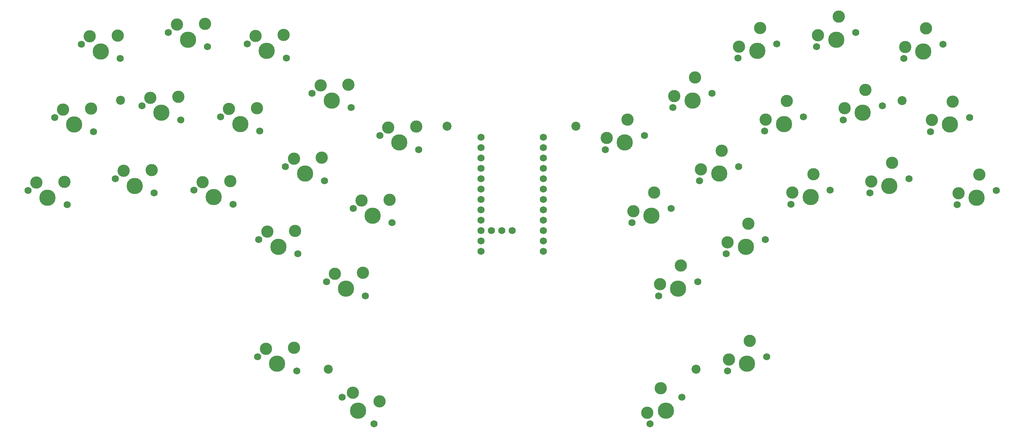
<source format=gbr>
%TF.GenerationSoftware,KiCad,Pcbnew,(5.1.10-1-10_14)*%
%TF.CreationDate,2021-09-29T22:28:47+08:00*%
%TF.ProjectId,k34,6b33342e-6b69-4636-9164-5f7063625858,rev?*%
%TF.SameCoordinates,Original*%
%TF.FileFunction,Soldermask,Top*%
%TF.FilePolarity,Negative*%
%FSLAX46Y46*%
G04 Gerber Fmt 4.6, Leading zero omitted, Abs format (unit mm)*
G04 Created by KiCad (PCBNEW (5.1.10-1-10_14)) date 2021-09-29 22:28:47*
%MOMM*%
%LPD*%
G01*
G04 APERTURE LIST*
%ADD10C,2.200000*%
%ADD11C,3.000000*%
%ADD12C,3.987800*%
%ADD13C,1.750000*%
%ADD14C,1.752600*%
G04 APERTURE END LIST*
D10*
%TO.C,right_screw*%
X155194000Y-58293000D03*
%TD*%
%TO.C,left_screw*%
X123698000Y-58293000D03*
%TD*%
%TO.C,right_screw*%
X234950000Y-52070000D03*
%TD*%
%TO.C,right_screw_bot*%
X184531000Y-117856000D03*
%TD*%
%TO.C,left_screw_bot*%
X94615000Y-117856000D03*
%TD*%
%TO.C,left_screw*%
X43815000Y-51943000D03*
%TD*%
D11*
%TO.C,MX1*%
X43124282Y-36095093D03*
D12*
X39000000Y-40000000D03*
D11*
X36288502Y-36310084D03*
D13*
X34226361Y-38262538D03*
X43773639Y-41737462D03*
%TD*%
D11*
%TO.C,MX2*%
X64445627Y-33213650D03*
D12*
X60321345Y-37118557D03*
D11*
X57609847Y-33428641D03*
D13*
X55547706Y-35381095D03*
X65094984Y-38856019D03*
%TD*%
D11*
%TO.C,MX3*%
X83714852Y-35970363D03*
D12*
X79590570Y-39875270D03*
D11*
X76879072Y-36185354D03*
D13*
X74816931Y-38137808D03*
X84364209Y-41612732D03*
%TD*%
D11*
%TO.C,MX4*%
X99563876Y-48124003D03*
D12*
X95439594Y-52028910D03*
D11*
X92728096Y-48338994D03*
D13*
X90665955Y-50291448D03*
X100213233Y-53766372D03*
%TD*%
D11*
%TO.C,MX5*%
X116096940Y-58398257D03*
D12*
X111972658Y-62303164D03*
D11*
X109261160Y-58613248D03*
D13*
X107199019Y-60565702D03*
X116746297Y-64040626D03*
%TD*%
D11*
%TO.C,MX6*%
X167786998Y-56660794D03*
D12*
X167137641Y-62303164D03*
D11*
X162688681Y-61219441D03*
D13*
X162364002Y-64040626D03*
X171911280Y-60565702D03*
%TD*%
D11*
%TO.C,MX7*%
X184320062Y-46386540D03*
D12*
X183670705Y-52028910D03*
D11*
X179221745Y-50945187D03*
D13*
X178897066Y-53766372D03*
X188444344Y-50291448D03*
%TD*%
D11*
%TO.C,MX8*%
X200169085Y-34232900D03*
D12*
X199519728Y-39875270D03*
D11*
X195070768Y-38791547D03*
D13*
X194746089Y-41612732D03*
X204293367Y-38137808D03*
%TD*%
D11*
%TO.C,MX9*%
X219438310Y-31476187D03*
D12*
X218788953Y-37118557D03*
D11*
X214339993Y-36034834D03*
D13*
X214015314Y-38856019D03*
X223562592Y-35381095D03*
%TD*%
D11*
%TO.C,MX10*%
X240759656Y-34357630D03*
D12*
X240110299Y-40000000D03*
D11*
X235661339Y-38916277D03*
D13*
X235336660Y-41737462D03*
X244883938Y-38262538D03*
%TD*%
D11*
%TO.C,MX11*%
X36608798Y-53996237D03*
D12*
X32484516Y-57901144D03*
D11*
X29773018Y-54211228D03*
D13*
X27710877Y-56163682D03*
X37258155Y-59638606D03*
%TD*%
D11*
%TO.C,MX12*%
X57930144Y-51114794D03*
D12*
X53805862Y-55019701D03*
D11*
X51094364Y-51329785D03*
D13*
X49032223Y-53282239D03*
X58579501Y-56757163D03*
%TD*%
D11*
%TO.C,MX13*%
X77199369Y-53871508D03*
D12*
X73075087Y-57776415D03*
D11*
X70363589Y-54086499D03*
D13*
X68301448Y-56038953D03*
X77848726Y-59513877D03*
%TD*%
D11*
%TO.C,MX14*%
X93048392Y-66025147D03*
D12*
X88924110Y-69930054D03*
D11*
X86212612Y-66240138D03*
D13*
X84150471Y-68192592D03*
X93697749Y-71667516D03*
%TD*%
D11*
%TO.C,MX15*%
X109581456Y-76299401D03*
D12*
X105457174Y-80204308D03*
D11*
X102745676Y-76514392D03*
D13*
X100683535Y-78466846D03*
X110230813Y-81941770D03*
%TD*%
D11*
%TO.C,MX16*%
X174302482Y-74561938D03*
D12*
X173653125Y-80204308D03*
D11*
X169204165Y-79120585D03*
D13*
X168879486Y-81941770D03*
X178426764Y-78466846D03*
%TD*%
D11*
%TO.C,MX17*%
X190835546Y-64287684D03*
D12*
X190186189Y-69930054D03*
D11*
X185737229Y-68846331D03*
D13*
X185412550Y-71667516D03*
X194959828Y-68192592D03*
%TD*%
%TO.C,MX18*%
X210808851Y-56038953D03*
X201261573Y-59513877D03*
D11*
X201586252Y-56692692D03*
D12*
X206035212Y-57776415D03*
D11*
X206684569Y-52134045D03*
%TD*%
D13*
%TO.C,MX19*%
X230078076Y-53282239D03*
X220530798Y-56757163D03*
D11*
X220855477Y-53935978D03*
D12*
X225304437Y-55019701D03*
D11*
X225953794Y-49377331D03*
%TD*%
D13*
%TO.C,MX20*%
X251399422Y-56163682D03*
X241852144Y-59638606D03*
D11*
X242176823Y-56817421D03*
D12*
X246625783Y-57901144D03*
D11*
X247275140Y-52258774D03*
%TD*%
D13*
%TO.C,MX21*%
X30742671Y-77539750D03*
X21195393Y-74064826D03*
D11*
X23257534Y-72112372D03*
D12*
X25969032Y-75802288D03*
D11*
X30093314Y-71897381D03*
%TD*%
D13*
%TO.C,MX22*%
X52064017Y-74658308D03*
X42516739Y-71183384D03*
D11*
X44578880Y-69230930D03*
D12*
X47290378Y-72920846D03*
D11*
X51414660Y-69015939D03*
%TD*%
D13*
%TO.C,MX23*%
X71333242Y-77415021D03*
X61785964Y-73940097D03*
D11*
X63848105Y-71987643D03*
D12*
X66559603Y-75677559D03*
D11*
X70683885Y-71772652D03*
%TD*%
D13*
%TO.C,MX24*%
X87182265Y-89568661D03*
X77634987Y-86093737D03*
D11*
X79697128Y-84141283D03*
D12*
X82408626Y-87831199D03*
D11*
X86532908Y-83926292D03*
%TD*%
D13*
%TO.C,MX25*%
X103715329Y-99842915D03*
X94168051Y-96367991D03*
D11*
X96230192Y-94415537D03*
D12*
X98941690Y-98105453D03*
D11*
X103065972Y-94200546D03*
%TD*%
D13*
%TO.C,MX26*%
X184942248Y-96367991D03*
X175394970Y-99842915D03*
D11*
X175719649Y-97021730D03*
D12*
X180168609Y-98105453D03*
D11*
X180817966Y-92463083D03*
%TD*%
D13*
%TO.C,MX27*%
X201475311Y-86093737D03*
X191928033Y-89568661D03*
D11*
X192252712Y-86747476D03*
D12*
X196701672Y-87831199D03*
D11*
X197351029Y-82188829D03*
%TD*%
D13*
%TO.C,MX28*%
X217324335Y-73940097D03*
X207777057Y-77415021D03*
D11*
X208101736Y-74593836D03*
D12*
X212550696Y-75677559D03*
D11*
X213200053Y-70035189D03*
%TD*%
D13*
%TO.C,MX29*%
X236593560Y-71183384D03*
X227046282Y-74658308D03*
D11*
X227370961Y-71837123D03*
D12*
X231819921Y-72920846D03*
D11*
X232469278Y-67278476D03*
%TD*%
D13*
%TO.C,MX30*%
X257914906Y-74064826D03*
X248367628Y-77539750D03*
D11*
X248692307Y-74718565D03*
D12*
X253141267Y-75802288D03*
D11*
X253790624Y-70159918D03*
%TD*%
D13*
%TO.C,MX31*%
X86881193Y-118245088D03*
X77333915Y-114770164D03*
D11*
X79396056Y-112817710D03*
D12*
X82107554Y-116507626D03*
D11*
X86231836Y-112602719D03*
%TD*%
D13*
%TO.C,MX32*%
X105821048Y-131244312D03*
X98038036Y-124713590D03*
D11*
X100643593Y-123584177D03*
D12*
X101929542Y-127978951D03*
D11*
X107140656Y-125720126D03*
%TD*%
D13*
%TO.C,MX33*%
X181072263Y-124713590D03*
X173289251Y-131244312D03*
D11*
X172629447Y-128482219D03*
D12*
X177180757Y-127978951D03*
D11*
X175861149Y-122454765D03*
%TD*%
D13*
%TO.C,MX34*%
X201776384Y-114770164D03*
X192229106Y-118245088D03*
D11*
X192553785Y-115423903D03*
D12*
X197002745Y-116507626D03*
D11*
X197652102Y-110865256D03*
%TD*%
D14*
%TO.C,U1*%
X139555149Y-83890000D03*
X137015149Y-83890000D03*
X134475149Y-83890000D03*
X147175149Y-61030000D03*
X131935149Y-88970000D03*
X147175149Y-63570000D03*
X147175149Y-66110000D03*
X147175149Y-68650000D03*
X147175149Y-71190000D03*
X147175149Y-73730000D03*
X147175149Y-76270000D03*
X147175149Y-78810000D03*
X147175149Y-81350000D03*
X147175149Y-83890000D03*
X147175149Y-86430000D03*
X147175149Y-88970000D03*
X131935149Y-86430000D03*
X131935149Y-83890000D03*
X131935149Y-81350000D03*
X131935149Y-78810000D03*
X131935149Y-76270000D03*
X131935149Y-73730000D03*
X131935149Y-71190000D03*
X131935149Y-68650000D03*
X131935149Y-66110000D03*
X131935149Y-63570000D03*
X131935149Y-61030000D03*
%TD*%
M02*

</source>
